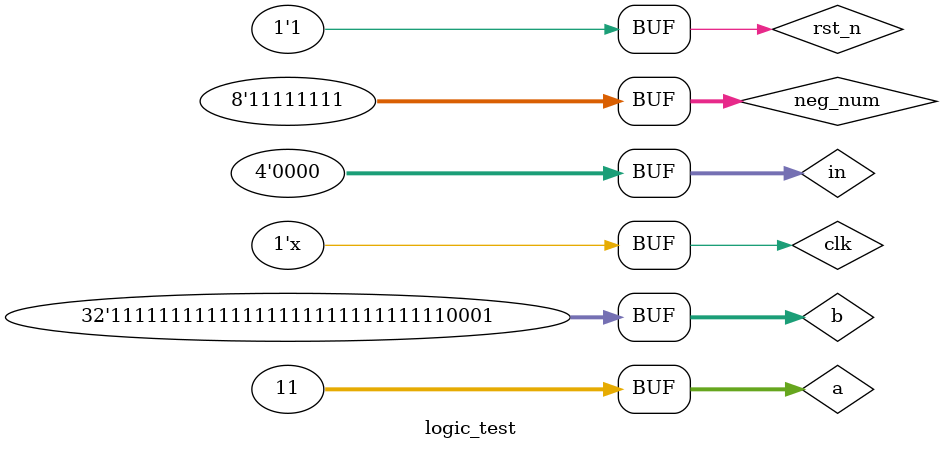
<source format=v>
`timescale 10ns / 1ns
module logic_test;

reg [7:0] neg_num;
reg clk = 1'b0;
reg [3:0] cnt;
reg [3:0] in;
reg rst_n;
wire [3:0] output_signal;

wire [31:0] add_output;
wire [63:0] mul_output;


reg [31:0] a;
reg [31:0] b;

initial
begin
neg_num = -1;
rst_n = 1;
clk = 0;
cnt = 0;
in = 0;
#30 rst_n = 0;
#30 rst_n = 1;
a = 11;
b = -15;
end

always #10 clk = ~clk; 

always @(posedge clk)
begin
    cnt <= cnt + 1;
end

//

/*
top_model_szh DUT(
.rst_n(rst_n),
.clk(clk),
.in(in),
.out(output_signal)
);
*/


SignedFixPointAddMul DUT1(
    .clk(clk),
    .rst_n(rst_n),
    .a(a),
    .b(b),
    .add_out(add_output),
    .mul_out(mul_output)
);
endmodule 

</source>
